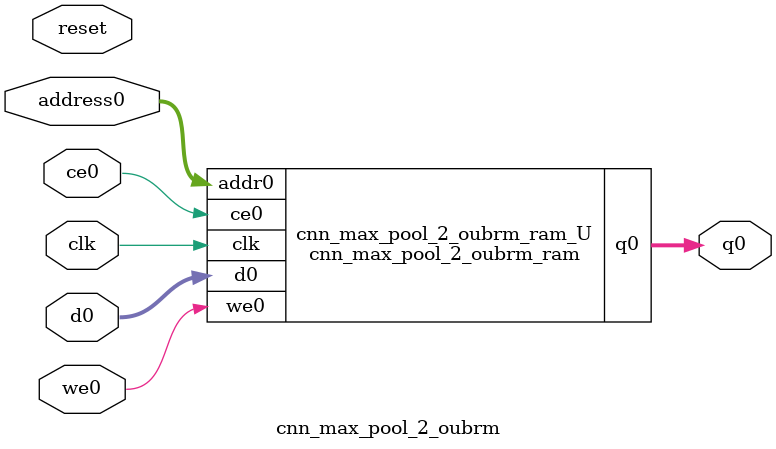
<source format=v>
`timescale 1 ns / 1 ps
module cnn_max_pool_2_oubrm_ram (addr0, ce0, d0, we0, q0,  clk);

parameter DWIDTH = 14;
parameter AWIDTH = 9;
parameter MEM_SIZE = 400;

input[AWIDTH-1:0] addr0;
input ce0;
input[DWIDTH-1:0] d0;
input we0;
output reg[DWIDTH-1:0] q0;
input clk;

(* ram_style = "block" *)reg [DWIDTH-1:0] ram[0:MEM_SIZE-1];




always @(posedge clk)  
begin 
    if (ce0) 
    begin
        if (we0) 
        begin 
            ram[addr0] <= d0; 
        end 
        q0 <= ram[addr0];
    end
end


endmodule

`timescale 1 ns / 1 ps
module cnn_max_pool_2_oubrm(
    reset,
    clk,
    address0,
    ce0,
    we0,
    d0,
    q0);

parameter DataWidth = 32'd14;
parameter AddressRange = 32'd400;
parameter AddressWidth = 32'd9;
input reset;
input clk;
input[AddressWidth - 1:0] address0;
input ce0;
input we0;
input[DataWidth - 1:0] d0;
output[DataWidth - 1:0] q0;



cnn_max_pool_2_oubrm_ram cnn_max_pool_2_oubrm_ram_U(
    .clk( clk ),
    .addr0( address0 ),
    .ce0( ce0 ),
    .we0( we0 ),
    .d0( d0 ),
    .q0( q0 ));

endmodule


</source>
